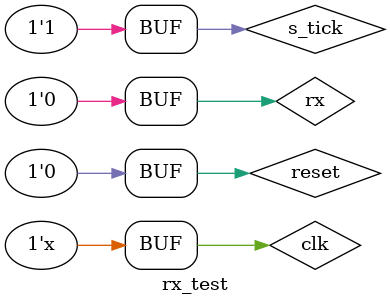
<source format=v>
`timescale 1ns / 1ps


module rx_test;

	// Inputs
	reg clk;
	reg reset;
	reg rx;
	reg s_tick;

	// Outputs
	wire rx_done_tick;
	wire [7:0] dout;

	// Instantiate the Unit Under Test (UUT)
	uart_rx uut (
		.clk(clk), 
		.reset(reset), 
		.rx(rx), 
		.s_tick(s_tick), 
		.rx_done_tick(rx_done_tick), 
		.dout(dout)
	);

	initial begin
		// Initialize Inputs
		clk = 0;
		reset = 1;
		rx = 0;
		s_tick = 1;

		// Wait 100 ns for global reset to finish
		#100;
		reset = 0;
		#100;
		rx = 1;
		#100;
		rx = 0;
		#100;
		rx = 1;
		#100;
		rx = 0;
		#100;
		rx = 1;
		#100;
		rx = 0;
		#100;
		rx = 1;
		#100;
		rx = 0;
		#100;
		rx = 1;
		#100;
		rx = 1;
		#100;
		rx = 0;
		
		
        
		// Add stimulus here
		
	end
	
	always begin
		#5
		clk=~clk;
	end
      
endmodule


</source>
